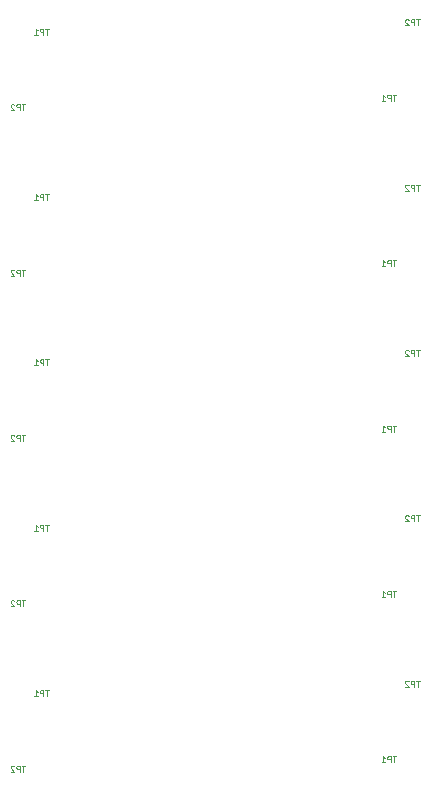
<source format=gbr>
G04 #@! TF.GenerationSoftware,KiCad,Pcbnew,(5.99.0-812-g5d5363396)*
G04 #@! TF.CreationDate,2020-02-01T10:18:43+03:00*
G04 #@! TF.ProjectId,stm32_ds2480_emu_panel,73746d33-325f-4647-9332-3438305f656d,rev?*
G04 #@! TF.SameCoordinates,PX68e7780PY7ed6b40*
G04 #@! TF.FileFunction,AssemblyDrawing,Bot*
%FSLAX46Y46*%
G04 Gerber Fmt 4.6, Leading zero omitted, Abs format (unit mm)*
G04 Created by KiCad (PCBNEW (5.99.0-812-g5d5363396)) date 2020-02-01 10:18:43*
%MOMM*%
%LPD*%
G04 APERTURE LIST*
%ADD10C,0.080000*%
G04 APERTURE END LIST*
D10*
X50330952Y11473810D02*
X50045238Y11473810D01*
X50188095Y10973810D02*
X50188095Y11473810D01*
X49878571Y10973810D02*
X49878571Y11473810D01*
X49688095Y11473810D01*
X49640476Y11450000D01*
X49616666Y11426191D01*
X49592857Y11378572D01*
X49592857Y11307143D01*
X49616666Y11259524D01*
X49640476Y11235715D01*
X49688095Y11211905D01*
X49878571Y11211905D01*
X49116666Y10973810D02*
X49402380Y10973810D01*
X49259523Y10973810D02*
X49259523Y11473810D01*
X49307142Y11402381D01*
X49354761Y11354762D01*
X49402380Y11330953D01*
X50330952Y25473810D02*
X50045238Y25473810D01*
X50188095Y24973810D02*
X50188095Y25473810D01*
X49878571Y24973810D02*
X49878571Y25473810D01*
X49688095Y25473810D01*
X49640476Y25450000D01*
X49616666Y25426191D01*
X49592857Y25378572D01*
X49592857Y25307143D01*
X49616666Y25259524D01*
X49640476Y25235715D01*
X49688095Y25211905D01*
X49878571Y25211905D01*
X49116666Y24973810D02*
X49402380Y24973810D01*
X49259523Y24973810D02*
X49259523Y25473810D01*
X49307142Y25402381D01*
X49354761Y25354762D01*
X49402380Y25330953D01*
X50330952Y39473810D02*
X50045238Y39473810D01*
X50188095Y38973810D02*
X50188095Y39473810D01*
X49878571Y38973810D02*
X49878571Y39473810D01*
X49688095Y39473810D01*
X49640476Y39450000D01*
X49616666Y39426191D01*
X49592857Y39378572D01*
X49592857Y39307143D01*
X49616666Y39259524D01*
X49640476Y39235715D01*
X49688095Y39211905D01*
X49878571Y39211905D01*
X49116666Y38973810D02*
X49402380Y38973810D01*
X49259523Y38973810D02*
X49259523Y39473810D01*
X49307142Y39402381D01*
X49354761Y39354762D01*
X49402380Y39330953D01*
X50330952Y53473810D02*
X50045238Y53473810D01*
X50188095Y52973810D02*
X50188095Y53473810D01*
X49878571Y52973810D02*
X49878571Y53473810D01*
X49688095Y53473810D01*
X49640476Y53450000D01*
X49616666Y53426191D01*
X49592857Y53378572D01*
X49592857Y53307143D01*
X49616666Y53259524D01*
X49640476Y53235715D01*
X49688095Y53211905D01*
X49878571Y53211905D01*
X49116666Y52973810D02*
X49402380Y52973810D01*
X49259523Y52973810D02*
X49259523Y53473810D01*
X49307142Y53402381D01*
X49354761Y53354762D01*
X49402380Y53330953D01*
X52330952Y17873810D02*
X52045238Y17873810D01*
X52188095Y17373810D02*
X52188095Y17873810D01*
X51878571Y17373810D02*
X51878571Y17873810D01*
X51688095Y17873810D01*
X51640476Y17850000D01*
X51616666Y17826191D01*
X51592857Y17778572D01*
X51592857Y17707143D01*
X51616666Y17659524D01*
X51640476Y17635715D01*
X51688095Y17611905D01*
X51878571Y17611905D01*
X51402380Y17826191D02*
X51378571Y17850000D01*
X51330952Y17873810D01*
X51211904Y17873810D01*
X51164285Y17850000D01*
X51140476Y17826191D01*
X51116666Y17778572D01*
X51116666Y17730953D01*
X51140476Y17659524D01*
X51426190Y17373810D01*
X51116666Y17373810D01*
X52330952Y31873810D02*
X52045238Y31873810D01*
X52188095Y31373810D02*
X52188095Y31873810D01*
X51878571Y31373810D02*
X51878571Y31873810D01*
X51688095Y31873810D01*
X51640476Y31850000D01*
X51616666Y31826191D01*
X51592857Y31778572D01*
X51592857Y31707143D01*
X51616666Y31659524D01*
X51640476Y31635715D01*
X51688095Y31611905D01*
X51878571Y31611905D01*
X51402380Y31826191D02*
X51378571Y31850000D01*
X51330952Y31873810D01*
X51211904Y31873810D01*
X51164285Y31850000D01*
X51140476Y31826191D01*
X51116666Y31778572D01*
X51116666Y31730953D01*
X51140476Y31659524D01*
X51426190Y31373810D01*
X51116666Y31373810D01*
X52330952Y45873810D02*
X52045238Y45873810D01*
X52188095Y45373810D02*
X52188095Y45873810D01*
X51878571Y45373810D02*
X51878571Y45873810D01*
X51688095Y45873810D01*
X51640476Y45850000D01*
X51616666Y45826191D01*
X51592857Y45778572D01*
X51592857Y45707143D01*
X51616666Y45659524D01*
X51640476Y45635715D01*
X51688095Y45611905D01*
X51878571Y45611905D01*
X51402380Y45826191D02*
X51378571Y45850000D01*
X51330952Y45873810D01*
X51211904Y45873810D01*
X51164285Y45850000D01*
X51140476Y45826191D01*
X51116666Y45778572D01*
X51116666Y45730953D01*
X51140476Y45659524D01*
X51426190Y45373810D01*
X51116666Y45373810D01*
X52330952Y59873810D02*
X52045238Y59873810D01*
X52188095Y59373810D02*
X52188095Y59873810D01*
X51878571Y59373810D02*
X51878571Y59873810D01*
X51688095Y59873810D01*
X51640476Y59850000D01*
X51616666Y59826191D01*
X51592857Y59778572D01*
X51592857Y59707143D01*
X51616666Y59659524D01*
X51640476Y59635715D01*
X51688095Y59611905D01*
X51878571Y59611905D01*
X51402380Y59826191D02*
X51378571Y59850000D01*
X51330952Y59873810D01*
X51211904Y59873810D01*
X51164285Y59850000D01*
X51140476Y59826191D01*
X51116666Y59778572D01*
X51116666Y59730953D01*
X51140476Y59659524D01*
X51426190Y59373810D01*
X51116666Y59373810D01*
X20930952Y17073810D02*
X20645238Y17073810D01*
X20788095Y16573810D02*
X20788095Y17073810D01*
X20478571Y16573810D02*
X20478571Y17073810D01*
X20288095Y17073810D01*
X20240476Y17050000D01*
X20216666Y17026191D01*
X20192857Y16978572D01*
X20192857Y16907143D01*
X20216666Y16859524D01*
X20240476Y16835715D01*
X20288095Y16811905D01*
X20478571Y16811905D01*
X19716666Y16573810D02*
X20002380Y16573810D01*
X19859523Y16573810D02*
X19859523Y17073810D01*
X19907142Y17002381D01*
X19954761Y16954762D01*
X20002380Y16930953D01*
X20930952Y31073810D02*
X20645238Y31073810D01*
X20788095Y30573810D02*
X20788095Y31073810D01*
X20478571Y30573810D02*
X20478571Y31073810D01*
X20288095Y31073810D01*
X20240476Y31050000D01*
X20216666Y31026191D01*
X20192857Y30978572D01*
X20192857Y30907143D01*
X20216666Y30859524D01*
X20240476Y30835715D01*
X20288095Y30811905D01*
X20478571Y30811905D01*
X19716666Y30573810D02*
X20002380Y30573810D01*
X19859523Y30573810D02*
X19859523Y31073810D01*
X19907142Y31002381D01*
X19954761Y30954762D01*
X20002380Y30930953D01*
X20930952Y45073810D02*
X20645238Y45073810D01*
X20788095Y44573810D02*
X20788095Y45073810D01*
X20478571Y44573810D02*
X20478571Y45073810D01*
X20288095Y45073810D01*
X20240476Y45050000D01*
X20216666Y45026191D01*
X20192857Y44978572D01*
X20192857Y44907143D01*
X20216666Y44859524D01*
X20240476Y44835715D01*
X20288095Y44811905D01*
X20478571Y44811905D01*
X19716666Y44573810D02*
X20002380Y44573810D01*
X19859523Y44573810D02*
X19859523Y45073810D01*
X19907142Y45002381D01*
X19954761Y44954762D01*
X20002380Y44930953D01*
X20930952Y59073810D02*
X20645238Y59073810D01*
X20788095Y58573810D02*
X20788095Y59073810D01*
X20478571Y58573810D02*
X20478571Y59073810D01*
X20288095Y59073810D01*
X20240476Y59050000D01*
X20216666Y59026191D01*
X20192857Y58978572D01*
X20192857Y58907143D01*
X20216666Y58859524D01*
X20240476Y58835715D01*
X20288095Y58811905D01*
X20478571Y58811905D01*
X19716666Y58573810D02*
X20002380Y58573810D01*
X19859523Y58573810D02*
X19859523Y59073810D01*
X19907142Y59002381D01*
X19954761Y58954762D01*
X20002380Y58930953D01*
X18930952Y10673810D02*
X18645238Y10673810D01*
X18788095Y10173810D02*
X18788095Y10673810D01*
X18478571Y10173810D02*
X18478571Y10673810D01*
X18288095Y10673810D01*
X18240476Y10650000D01*
X18216666Y10626191D01*
X18192857Y10578572D01*
X18192857Y10507143D01*
X18216666Y10459524D01*
X18240476Y10435715D01*
X18288095Y10411905D01*
X18478571Y10411905D01*
X18002380Y10626191D02*
X17978571Y10650000D01*
X17930952Y10673810D01*
X17811904Y10673810D01*
X17764285Y10650000D01*
X17740476Y10626191D01*
X17716666Y10578572D01*
X17716666Y10530953D01*
X17740476Y10459524D01*
X18026190Y10173810D01*
X17716666Y10173810D01*
X18930952Y24673810D02*
X18645238Y24673810D01*
X18788095Y24173810D02*
X18788095Y24673810D01*
X18478571Y24173810D02*
X18478571Y24673810D01*
X18288095Y24673810D01*
X18240476Y24650000D01*
X18216666Y24626191D01*
X18192857Y24578572D01*
X18192857Y24507143D01*
X18216666Y24459524D01*
X18240476Y24435715D01*
X18288095Y24411905D01*
X18478571Y24411905D01*
X18002380Y24626191D02*
X17978571Y24650000D01*
X17930952Y24673810D01*
X17811904Y24673810D01*
X17764285Y24650000D01*
X17740476Y24626191D01*
X17716666Y24578572D01*
X17716666Y24530953D01*
X17740476Y24459524D01*
X18026190Y24173810D01*
X17716666Y24173810D01*
X18930952Y38673810D02*
X18645238Y38673810D01*
X18788095Y38173810D02*
X18788095Y38673810D01*
X18478571Y38173810D02*
X18478571Y38673810D01*
X18288095Y38673810D01*
X18240476Y38650000D01*
X18216666Y38626191D01*
X18192857Y38578572D01*
X18192857Y38507143D01*
X18216666Y38459524D01*
X18240476Y38435715D01*
X18288095Y38411905D01*
X18478571Y38411905D01*
X18002380Y38626191D02*
X17978571Y38650000D01*
X17930952Y38673810D01*
X17811904Y38673810D01*
X17764285Y38650000D01*
X17740476Y38626191D01*
X17716666Y38578572D01*
X17716666Y38530953D01*
X17740476Y38459524D01*
X18026190Y38173810D01*
X17716666Y38173810D01*
X18930952Y52673810D02*
X18645238Y52673810D01*
X18788095Y52173810D02*
X18788095Y52673810D01*
X18478571Y52173810D02*
X18478571Y52673810D01*
X18288095Y52673810D01*
X18240476Y52650000D01*
X18216666Y52626191D01*
X18192857Y52578572D01*
X18192857Y52507143D01*
X18216666Y52459524D01*
X18240476Y52435715D01*
X18288095Y52411905D01*
X18478571Y52411905D01*
X18002380Y52626191D02*
X17978571Y52650000D01*
X17930952Y52673810D01*
X17811904Y52673810D01*
X17764285Y52650000D01*
X17740476Y52626191D01*
X17716666Y52578572D01*
X17716666Y52530953D01*
X17740476Y52459524D01*
X18026190Y52173810D01*
X17716666Y52173810D01*
X50330952Y67473810D02*
X50045238Y67473810D01*
X50188095Y66973810D02*
X50188095Y67473810D01*
X49878571Y66973810D02*
X49878571Y67473810D01*
X49688095Y67473810D01*
X49640476Y67450000D01*
X49616666Y67426191D01*
X49592857Y67378572D01*
X49592857Y67307143D01*
X49616666Y67259524D01*
X49640476Y67235715D01*
X49688095Y67211905D01*
X49878571Y67211905D01*
X49116666Y66973810D02*
X49402380Y66973810D01*
X49259523Y66973810D02*
X49259523Y67473810D01*
X49307142Y67402381D01*
X49354761Y67354762D01*
X49402380Y67330953D01*
X52330952Y73873810D02*
X52045238Y73873810D01*
X52188095Y73373810D02*
X52188095Y73873810D01*
X51878571Y73373810D02*
X51878571Y73873810D01*
X51688095Y73873810D01*
X51640476Y73850000D01*
X51616666Y73826191D01*
X51592857Y73778572D01*
X51592857Y73707143D01*
X51616666Y73659524D01*
X51640476Y73635715D01*
X51688095Y73611905D01*
X51878571Y73611905D01*
X51402380Y73826191D02*
X51378571Y73850000D01*
X51330952Y73873810D01*
X51211904Y73873810D01*
X51164285Y73850000D01*
X51140476Y73826191D01*
X51116666Y73778572D01*
X51116666Y73730953D01*
X51140476Y73659524D01*
X51426190Y73373810D01*
X51116666Y73373810D01*
X18930952Y66673810D02*
X18645238Y66673810D01*
X18788095Y66173810D02*
X18788095Y66673810D01*
X18478571Y66173810D02*
X18478571Y66673810D01*
X18288095Y66673810D01*
X18240476Y66650000D01*
X18216666Y66626191D01*
X18192857Y66578572D01*
X18192857Y66507143D01*
X18216666Y66459524D01*
X18240476Y66435715D01*
X18288095Y66411905D01*
X18478571Y66411905D01*
X18002380Y66626191D02*
X17978571Y66650000D01*
X17930952Y66673810D01*
X17811904Y66673810D01*
X17764285Y66650000D01*
X17740476Y66626191D01*
X17716666Y66578572D01*
X17716666Y66530953D01*
X17740476Y66459524D01*
X18026190Y66173810D01*
X17716666Y66173810D01*
X20930952Y73073810D02*
X20645238Y73073810D01*
X20788095Y72573810D02*
X20788095Y73073810D01*
X20478571Y72573810D02*
X20478571Y73073810D01*
X20288095Y73073810D01*
X20240476Y73050000D01*
X20216666Y73026191D01*
X20192857Y72978572D01*
X20192857Y72907143D01*
X20216666Y72859524D01*
X20240476Y72835715D01*
X20288095Y72811905D01*
X20478571Y72811905D01*
X19716666Y72573810D02*
X20002380Y72573810D01*
X19859523Y72573810D02*
X19859523Y73073810D01*
X19907142Y73002381D01*
X19954761Y72954762D01*
X20002380Y72930953D01*
M02*

</source>
